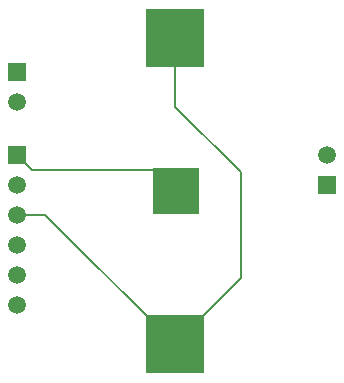
<source format=gtl>
%FSLAX25Y25*%
%MOIN*%
G70*
G01*
G75*
G04 Layer_Physical_Order=1*
G04 Layer_Color=255*
%ADD10R,0.19685X0.19685*%
%ADD11R,0.15748X0.15748*%
%ADD12C,0.00787*%
%ADD13R,0.05906X0.05906*%
%ADD14C,0.05906*%
D10*
X14173Y266535D02*
D03*
Y368504D02*
D03*
D11*
X14567Y317520D02*
D03*
D12*
X7382Y324705D02*
X14567Y317520D01*
X-33366Y324705D02*
X7382D01*
X-29016Y309724D02*
X14173Y266535D01*
X36122Y288484D02*
Y323819D01*
X14173Y266535D02*
X36122Y288484D01*
X-38386Y309724D02*
X-29016D01*
X14173Y345768D02*
Y368504D01*
Y345768D02*
X36122Y323819D01*
X-38386Y329724D02*
X-33366Y324705D01*
D13*
X-38386Y357284D02*
D03*
X-38386Y329724D02*
D03*
X64961Y319724D02*
D03*
D14*
X-38386Y347284D02*
D03*
X-38386Y319724D02*
D03*
Y309724D02*
D03*
Y299724D02*
D03*
Y289724D02*
D03*
Y279724D02*
D03*
X64961Y329724D02*
D03*
M02*

</source>
